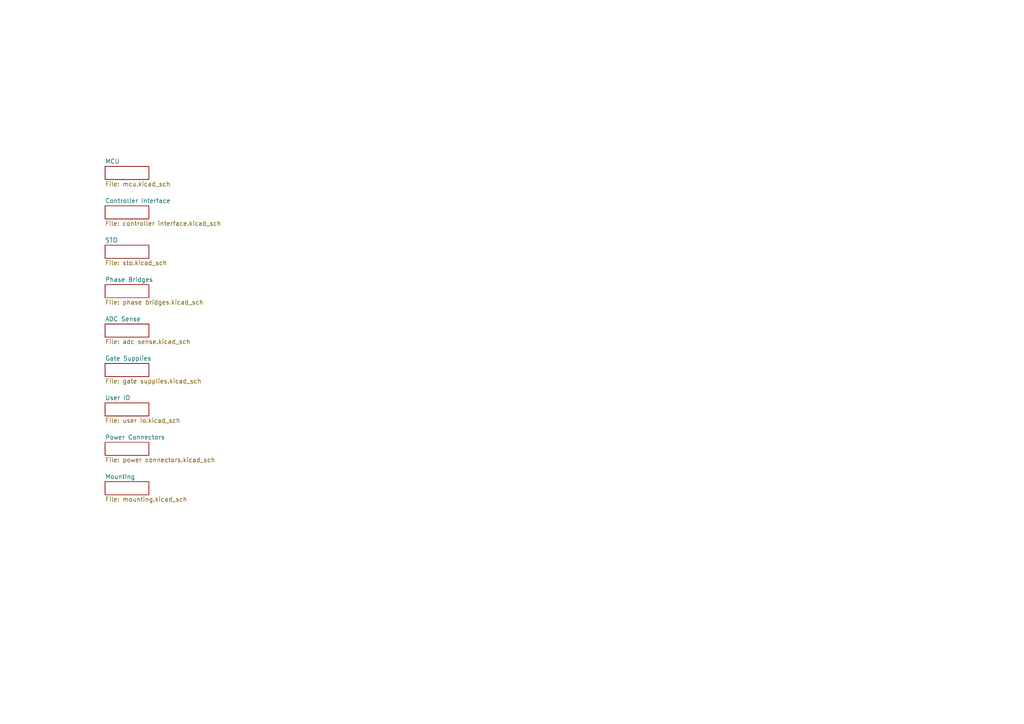
<source format=kicad_sch>
(kicad_sch (version 20230121) (generator eeschema)
  (paper "A4")
  (lib_symbols)
  (sheet (at 30.48 48.26) (size 12.7 3.81) (stroke (width 0.1524))
    (property "Sheetname" "MCU" (at 30.48 47.5484 0) (effects (justify left bottom)))
    (property "Sheetfile" "mcu.kicad_sch" (at 30.48 52.6546 0) (effects (justify left top)))
  )
  (sheet (at 30.48 105.41) (size 12.7 3.81) (stroke (width 0.1524))
    (property "Sheetname" "Gate Supplies" (at 30.48 104.6984 0) (effects (justify left bottom)))
    (property "Sheetfile" "gate supplies.kicad_sch" (at 30.48 109.8046 0) (effects (justify left top)))
  )
  (sheet (at 30.48 128.27) (size 12.7 3.81) (stroke (width 0.1524))
    (property "Sheetname" "Power Connectors" (at 30.48 127.5584 0) (effects (justify left bottom)))
    (property "Sheetfile" "power connectors.kicad_sch" (at 30.48 132.6646 0) (effects (justify left top)))
  )
  (sheet (at 30.48 116.84) (size 12.7 3.81) (stroke (width 0.1524))
    (property "Sheetname" "User IO" (at 30.48 116.1284 0) (effects (justify left bottom)))
    (property "Sheetfile" "user io.kicad_sch" (at 30.48 121.2346 0) (effects (justify left top)))
  )
  (sheet (at 30.48 139.7) (size 12.7 3.81) (stroke (width 0.1524))
    (property "Sheetname" "Mounting" (at 30.48 138.9884 0) (effects (justify left bottom)))
    (property "Sheetfile" "mounting.kicad_sch" (at 30.48 144.0946 0) (effects (justify left top)))
  )
  (sheet (at 30.48 71.12) (size 12.7 3.81) (stroke (width 0.1524))
    (property "Sheetname" "STO" (at 30.48 70.4084 0) (effects (justify left bottom)))
    (property "Sheetfile" "sto.kicad_sch" (at 30.48 75.5146 0) (effects (justify left top)))
  )
  (sheet (at 30.48 59.69) (size 12.7 3.81) (stroke (width 0.1524))
    (property "Sheetname" "Controller Interface" (at 30.48 58.9784 0) (effects (justify left bottom)))
    (property "Sheetfile" "controller interface.kicad_sch" (at 30.48 64.0846 0) (effects (justify left top)))
  )
  (sheet (at 30.48 82.55) (size 12.7 3.81) (stroke (width 0.1524))
    (property "Sheetname" "Phase Bridges" (at 30.48 81.8384 0) (effects (justify left bottom)))
    (property "Sheetfile" "phase bridges.kicad_sch" (at 30.48 86.9446 0) (effects (justify left top)))
  )
  (sheet (at 30.48 93.98) (size 12.7 3.81) (stroke (width 0.1524))
    (property "Sheetname" "ADC Sense" (at 30.48 93.2684 0) (effects (justify left bottom)))
    (property "Sheetfile" "adc sense.kicad_sch" (at 30.48 98.3746 0) (effects (justify left top)))
  )
)
</source>
